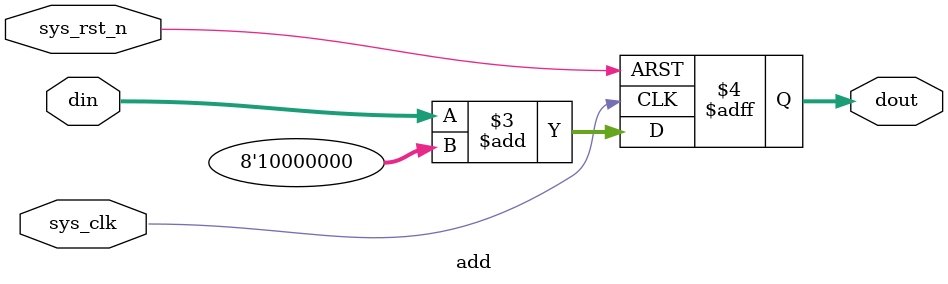
<source format=v>
module add
(
    input   wire                sys_clk     ,
    input   wire                sys_rst_n   ,
    input   wire signed [7:0]          din         ,
    output  reg [7:0]    dout
);

always@(posedge sys_clk or negedge sys_rst_n)
    if(sys_rst_n == 1'b0)
        dout <= 8'd0;
    else
        dout <= din + 8'd128;

endmodule
</source>
